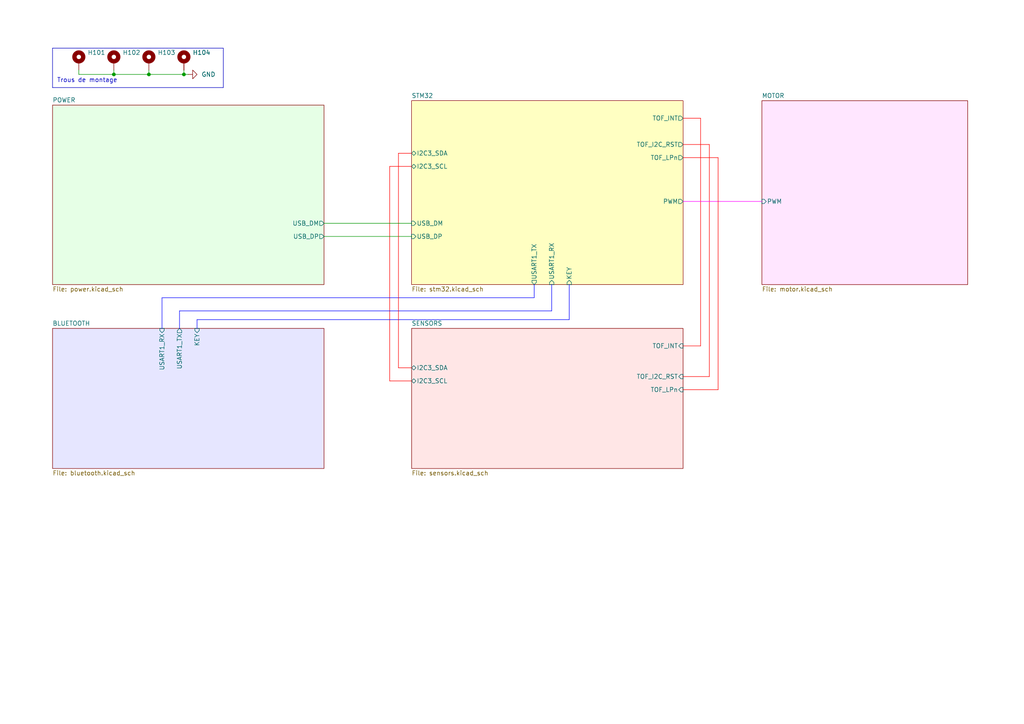
<source format=kicad_sch>
(kicad_sch (version 20231120) (generator "eeschema") (generator_version "8.0")
  (paper "A4")
  (title_block (title "PCB controler") (company "ENSEA"))
  (lib_symbols
    (symbol "Mechanical:MountingHole_Pad" (pin_numbers hide) (pin_names (offset 1.016) hide)
      (property "Reference" "H" (at 0 6.35 0))
      (property "Value" "MountingHole_Pad" (at 0 4.445 0))
      (symbol "MountingHole_Pad_0_1"
        (circle (center 0 1.27) (radius 1.27) (stroke (width 1.27)))
      )
      (symbol "MountingHole_Pad_1_1"
        (pin input line (at 0 -2.54 90) (length 2.54) (name "1") (number "1"))
      )
    )
    (symbol "power:GND" (power) (pin_names (offset 0))
      (property "Value" "GND" (at 0 -3.81 0))
      (symbol "GND_0_1"
        (polyline (pts (xy 0 0) (xy 0 -1.27) (xy 1.27 -1.27) (xy 0 -2.54) (xy -1.27 -1.27) (xy 0 -1.27)))
      )
      (symbol "GND_1_1"
        (pin power_in line (at 0 0 270) (length 0) hide (name "GND") (number "1"))
      )
    )
  )
  (junction (at 43.18 21.59))
  (junction (at 53.34 21.59))
  (junction (at 33.02 21.59))
  (wire (pts (xy 119.38 44.45) (xy 115.57 44.45)) (stroke (width 0) (color 255 0 0 1)))
  (wire (pts (xy 198.12 109.22) (xy 205.74 109.22)) (stroke (width 0) (color 255 0 0 1)))
  (wire (pts (xy 198.12 45.72) (xy 208.28 45.72)) (stroke (width 0) (color 255 0 0 1)))
  (wire (pts (xy 53.34 21.59) (xy 53.34 20.32)))
  (polyline (pts (xy 15.24 25.4) (xy 64.77 25.4)))
  (wire (pts (xy 160.02 82.55) (xy 160.02 90.17)) (stroke (width 0) (color 0 0 255 1)))
  (wire (pts (xy 198.12 41.91) (xy 205.74 41.91)) (stroke (width 0) (color 255 0 0 1)))
  (wire (pts (xy 43.18 21.59) (xy 53.34 21.59)))
  (wire (pts (xy 198.12 34.29) (xy 203.2 34.29)) (stroke (width 0) (color 255 0 0 1)))
  (wire (pts (xy 154.94 86.36) (xy 46.99 86.36)) (stroke (width 0) (color 0 0 255 1)))
  (wire (pts (xy 198.12 58.42) (xy 220.98 58.42)) (stroke (width 0) (color 255 0 255 1)))
  (wire (pts (xy 46.99 86.36) (xy 46.99 95.25)) (stroke (width 0) (color 0 0 255 1)))
  (wire (pts (xy 165.1 92.71) (xy 165.1 82.55)) (stroke (width 0) (color 0 0 255 1)))
  (wire (pts (xy 22.86 20.32) (xy 22.86 21.59)))
  (polyline (pts (xy 15.24 13.97) (xy 64.77 13.97)))
  (wire (pts (xy 93.98 64.77) (xy 119.38 64.77)))
  (wire (pts (xy 119.38 48.26) (xy 113.03 48.26)) (stroke (width 0) (color 255 0 0 1)))
  (wire (pts (xy 22.86 21.59) (xy 33.02 21.59)))
  (wire (pts (xy 154.94 82.55) (xy 154.94 86.36)) (stroke (width 0) (color 0 0 255 1)))
  (wire (pts (xy 57.15 95.25) (xy 57.15 92.71)) (stroke (width 0) (color 0 0 255 1)))
  (wire (pts (xy 208.28 45.72) (xy 208.28 113.03)) (stroke (width 0) (color 255 0 0 1)))
  (polyline (pts (xy 15.24 13.97) (xy 15.24 25.4)))
  (polyline (pts (xy 64.77 25.4) (xy 64.77 13.97)))
  (wire (pts (xy 54.61 21.59) (xy 53.34 21.59)))
  (wire (pts (xy 113.03 48.26) (xy 113.03 110.49)) (stroke (width 0) (color 255 0 0 1)))
  (wire (pts (xy 115.57 44.45) (xy 115.57 106.68)) (stroke (width 0) (color 255 0 0 1)))
  (wire (pts (xy 113.03 110.49) (xy 119.38 110.49)) (stroke (width 0) (color 255 0 0 1)))
  (wire (pts (xy 203.2 34.29) (xy 203.2 100.33)) (stroke (width 0) (color 255 0 0 1)))
  (wire (pts (xy 208.28 113.03) (xy 198.12 113.03)) (stroke (width 0) (color 255 0 0 1)))
  (wire (pts (xy 205.74 41.91) (xy 205.74 109.22)) (stroke (width 0) (color 255 0 0 1)))
  (wire (pts (xy 43.18 20.32) (xy 43.18 21.59)))
  (wire (pts (xy 33.02 20.32) (xy 33.02 21.59)))
  (wire (pts (xy 57.15 92.71) (xy 165.1 92.71)) (stroke (width 0) (color 0 0 255 1)))
  (wire (pts (xy 160.02 90.17) (xy 52.07 90.17)) (stroke (width 0) (color 0 0 255 1)))
  (wire (pts (xy 115.57 106.68) (xy 119.38 106.68)) (stroke (width 0) (color 255 0 0 1)))
  (wire (pts (xy 33.02 21.59) (xy 43.18 21.59)))
  (wire (pts (xy 93.98 68.58) (xy 119.38 68.58)))
  (wire (pts (xy 52.07 90.17) (xy 52.07 95.25)) (stroke (width 0) (color 0 0 255 1)))
  (wire (pts (xy 203.2 100.33) (xy 198.12 100.33)) (stroke (width 0) (color 255 0 0 1)))
  (text "Trous de montage\n" (at 16.51 24.13 0) (effects (font (size 1.27 1.27)) (justify left bottom)))
  (symbol (lib_id "power:GND") (at 54.61 21.59 90) (unit 1)
    (property "Reference" "#PWR0101" (effects (hide yes)))
    (property "Value" "GND" (at 58.42 21.59 90) (effects (justify right)))
  )
  (symbol (lib_id "Mechanical:MountingHole_Pad") (at 43.18 17.78 0) (unit 1)
    (property "Reference" "H103" (at 45.72 15.24 0) (effects (justify left)))
    (property "Value" "MountingHole_Pad" (effects (hide yes)))
    (property "Footprint" "MountingHole:MountingHole_2.7mm_M2.5_DIN965_Pad" (effects (hide yes)))
  )
  (symbol (lib_id "Mechanical:MountingHole_Pad") (at 33.02 17.78 0) (unit 1)
    (property "Reference" "H102" (at 35.56 15.24 0) (effects (justify left)))
    (property "Value" "MountingHole_Pad" (effects (hide yes)))
    (property "Footprint" "MountingHole:MountingHole_2.7mm_M2.5_DIN965_Pad" (effects (hide yes)))
  )
  (symbol (lib_id "Mechanical:MountingHole_Pad") (at 53.34 17.78 0) (unit 1)
    (property "Reference" "H104" (at 55.88 15.24 0) (effects (justify left)))
    (property "Value" "MountingHole_Pad" (effects (hide yes)))
    (property "Footprint" "MountingHole:MountingHole_2.7mm_M2.5_DIN965_Pad" (effects (hide yes)))
  )
  (symbol (lib_id "Mechanical:MountingHole_Pad") (at 22.86 17.78 0) (unit 1)
    (property "Reference" "H101" (at 25.4 15.24 0) (effects (justify left)))
    (property "Value" "MountingHole_Pad" (effects (hide yes)))
    (property "Footprint" "MountingHole:MountingHole_2.7mm_M2.5_DIN965_Pad" (effects (hide yes)))
  )
  (sheet (at 119.38 95.25) (size 78.74 40.64) (stroke (width 0.1524)) (fill (color 255 0 0 0.1000))
    (property "Sheetname" "SENSORS" (at 119.38 94.5384 0) (effects (justify left bottom)))
    (property "Sheetfile" "sensors.kicad_sch" (at 119.38 136.4746 0) (effects (justify left top)))
    (pin "I2C3_SDA" bidirectional (at 119.38 106.68 180))
    (pin "I2C3_SCL" bidirectional (at 119.38 110.49 180))
    (pin "TOF_LPn" input (at 198.12 113.03 0))
    (pin "TOF_INT" input (at 198.12 100.33 0))
    (pin "TOF_I2C_RST" input (at 198.12 109.22 0))
  )
  (sheet (at 15.24 30.48) (size 78.74 52.07) (stroke (width 0.1524)) (fill (color 0 255 0 0.1000))
    (property "Sheetname" "POWER" (at 15.24 29.7684 0) (effects (justify left bottom)))
    (property "Sheetfile" "power.kicad_sch" (at 15.24 83.1346 0) (effects (justify left top)))
    (pin "USB_DP" output (at 93.98 68.58 0))
    (pin "USB_DM" output (at 93.98 64.77 0))
  )
  (sheet (at 119.38 29.21) (size 78.74 53.34) (stroke (width 0.1524)) (fill (color 255 255 194 1.0000))
    (property "Sheetname" "STM32" (at 119.38 28.4984 0) (effects (justify left bottom)))
    (property "Sheetfile" "stm32.kicad_sch" (at 119.38 83.1346 0) (effects (justify left top)))
    (pin "TOF_INT" output (at 198.12 34.29 0))
    (pin "USB_DP" input (at 119.38 68.58 180))
    (pin "USART1_TX" output (at 154.94 82.55 270))
    (pin "I2C3_SDA" bidirectional (at 119.38 44.45 180))
    (pin "USB_DM" input (at 119.38 64.77 180))
    (pin "I2C3_SCL" bidirectional (at 119.38 48.26 180))
    (pin "USART1_RX" input (at 160.02 82.55 270))
    (pin "PWM" output (at 198.12 58.42 0))
    (pin "TOF_I2C_RST" output (at 198.12 41.91 0))
    (pin "TOF_LPn" output (at 198.12 45.72 0))
    (pin "KEY" input (at 165.1 82.55 270))
  )
  (sheet (at 15.24 95.25) (size 78.74 40.64) (stroke (width 0.1524)) (fill (color 0 0 255 0.1000))
    (property "Sheetname" "BLUETOOTH" (at 15.24 94.5384 0) (effects (justify left bottom)))
    (property "Sheetfile" "bluetooth.kicad_sch" (at 15.24 136.4746 0) (effects (justify left top)))
    (pin "USART1_RX" input (at 46.99 95.25 90))
    (pin "USART1_TX" output (at 52.07 95.25 90))
    (pin "KEY" input (at 57.15 95.25 90))
  )
  (sheet (at 220.98 29.21) (size 59.69 53.34) (stroke (width 0.1524)) (fill (color 255 0 255 0.1000))
    (property "Sheetname" "MOTOR" (at 220.98 28.4984 0) (effects (justify left bottom)))
    (property "Sheetfile" "motor.kicad_sch" (at 220.98 83.1346 0) (effects (justify left top)))
    (pin "PWM" input (at 220.98 58.42 180))
  )
)
</source>
